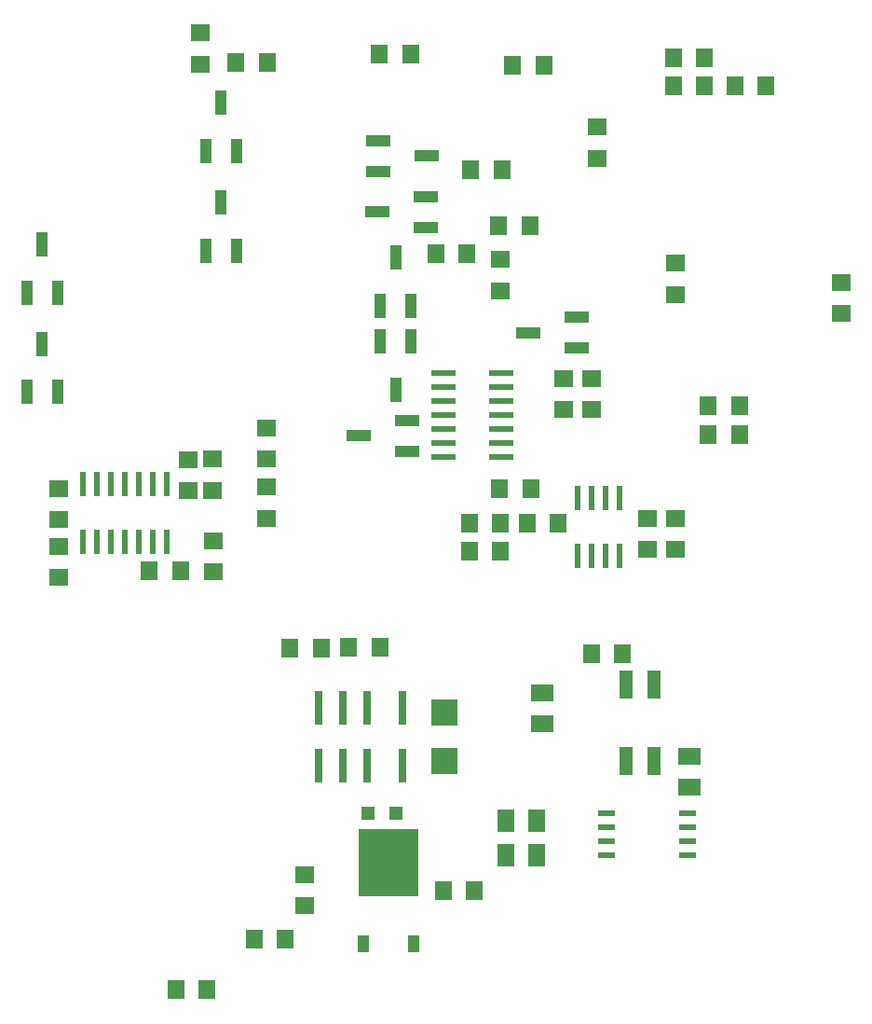
<source format=gbr>
G04 EAGLE Gerber X2 export*
%TF.Part,Single*%
%TF.FileFunction,Other,Other*%
%TF.FilePolarity,Positive*%
%TF.GenerationSoftware,Autodesk,EAGLE,9.2.0*%
%TF.CreationDate,2018-10-30T14:20:24Z*%
G75*
%MOMM*%
%FSLAX34Y34*%
%LPD*%
%INSTENCIL_OUT*%
%IPPOS*%
%AMOC8*
5,1,8,0,0,1.08239X$1,22.5*%
G01*
%ADD10R,1.600000X1.800000*%
%ADD11R,1.800000X1.600000*%
%ADD12R,0.600000X2.200000*%
%ADD13R,2.200000X0.600000*%
%ADD14R,0.800000X3.100000*%
%ADD15R,1.270000X2.540000*%
%ADD16R,1.600000X1.803000*%
%ADD17R,1.066800X2.184400*%
%ADD18R,1.803000X1.600000*%
%ADD19R,2.184400X1.066800*%
%ADD20R,2.000000X1.600000*%
%ADD21R,1.600000X2.000000*%
%ADD22R,1.000000X1.600000*%
%ADD23R,5.400000X6.200000*%
%ADD24R,1.549400X0.533400*%
%ADD25R,2.400000X2.400000*%
%ADD26R,1.270000X1.270000*%


D10*
X484090Y460470D03*
X456090Y460470D03*
X514590Y341550D03*
X542590Y341550D03*
X236250Y82550D03*
X208250Y82550D03*
X379700Y127000D03*
X407700Y127000D03*
D11*
X254000Y113000D03*
X254000Y141000D03*
D12*
X65420Y443900D03*
X65420Y495900D03*
X52720Y443900D03*
X78120Y443900D03*
X90820Y443900D03*
X52720Y495900D03*
X78120Y495900D03*
X90820Y495900D03*
X116220Y443900D03*
X116220Y495900D03*
X103520Y443900D03*
X128920Y443900D03*
X103520Y495900D03*
X128920Y495900D03*
D13*
X432400Y533400D03*
X380400Y533400D03*
X432400Y520700D03*
X432400Y546100D03*
X432400Y558800D03*
X380400Y520700D03*
X380400Y546100D03*
X380400Y558800D03*
X432400Y584200D03*
X380400Y584200D03*
X432400Y571500D03*
X432400Y596900D03*
X380400Y571500D03*
X380400Y596900D03*
D12*
X527050Y483200D03*
X527050Y431200D03*
X539750Y483200D03*
X514350Y483200D03*
X501650Y483200D03*
X539750Y431200D03*
X514350Y431200D03*
X501650Y431200D03*
D14*
X342800Y293200D03*
X310800Y293200D03*
X288800Y293200D03*
X266800Y293200D03*
X342800Y240200D03*
X310800Y240200D03*
X288800Y240200D03*
X266800Y240200D03*
D15*
X546100Y244400D03*
X571500Y244400D03*
X571500Y314400D03*
X546100Y314400D03*
D16*
X403340Y460470D03*
X431780Y460470D03*
X471420Y876490D03*
X442980Y876490D03*
X589030Y882650D03*
X617470Y882650D03*
X350230Y886260D03*
X321790Y886260D03*
X433320Y781050D03*
X404880Y781050D03*
D17*
X322550Y657450D03*
X336550Y701450D03*
X350550Y657450D03*
D16*
X617470Y857250D03*
X589030Y857250D03*
D18*
X519350Y820290D03*
X519350Y791850D03*
X431800Y671580D03*
X431800Y700020D03*
D16*
X458720Y730250D03*
X430280Y730250D03*
D18*
X590550Y696370D03*
X590550Y667930D03*
X741470Y679260D03*
X741470Y650820D03*
D19*
X501140Y619270D03*
X457140Y633270D03*
X501140Y647270D03*
X363630Y728950D03*
X319630Y742950D03*
X363630Y756950D03*
D17*
X350550Y625250D03*
X336550Y581250D03*
X322550Y625250D03*
D18*
X170910Y444770D03*
X170910Y416330D03*
D16*
X112590Y417370D03*
X141030Y417370D03*
D17*
X1240Y579440D03*
X15240Y623440D03*
X29240Y579440D03*
X1240Y669819D03*
X15240Y713819D03*
X29240Y669819D03*
D18*
X30590Y411230D03*
X30590Y439670D03*
X590550Y436630D03*
X590550Y465070D03*
D16*
X373130Y704850D03*
X401570Y704850D03*
D17*
X163800Y707900D03*
X177800Y751900D03*
X191800Y707900D03*
X163800Y798420D03*
X177800Y842420D03*
X191800Y798420D03*
D18*
X219130Y518640D03*
X219130Y547080D03*
D16*
X240560Y346930D03*
X269000Y346930D03*
D19*
X347120Y525750D03*
X303120Y539750D03*
X347120Y553750D03*
D20*
X469900Y278100D03*
X469900Y306100D03*
D16*
X403510Y435390D03*
X431950Y435390D03*
D18*
X565150Y436630D03*
X565150Y465070D03*
D16*
X431060Y491410D03*
X459500Y491410D03*
D21*
X464850Y190500D03*
X436850Y190500D03*
D18*
X514350Y592070D03*
X514350Y563630D03*
D16*
X649220Y541290D03*
X620780Y541290D03*
X649220Y566880D03*
X620780Y566880D03*
D21*
X436850Y158750D03*
X464850Y158750D03*
D20*
X603250Y248950D03*
X603250Y220950D03*
D16*
X322170Y347730D03*
X293730Y347730D03*
D18*
X488950Y563630D03*
X488950Y592070D03*
X30590Y492010D03*
X30590Y463570D03*
X218820Y464670D03*
X218820Y493110D03*
X169790Y490250D03*
X169790Y518690D03*
X148040Y490010D03*
X148040Y518450D03*
X158750Y877320D03*
X158750Y905760D03*
D22*
X307400Y79000D03*
X353000Y79000D03*
D23*
X330200Y152000D03*
D24*
X528066Y196850D03*
X528066Y184150D03*
X528066Y171450D03*
X528066Y158750D03*
X602234Y158750D03*
X602234Y171450D03*
X602234Y184150D03*
X602234Y196850D03*
D19*
X320900Y807750D03*
X364900Y793750D03*
X320900Y779750D03*
D25*
X381000Y288700D03*
X381000Y244700D03*
D26*
X311150Y196850D03*
X336550Y196850D03*
D16*
X191520Y878840D03*
X219960Y878840D03*
X673340Y857780D03*
X644900Y857780D03*
D10*
X136920Y36960D03*
X164920Y36960D03*
M02*

</source>
